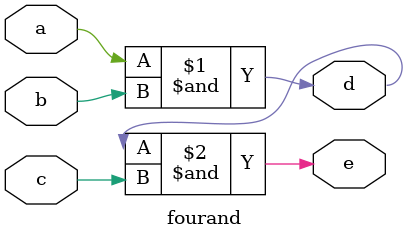
<source format=v>
`timescale 1ns / 1ps

module fourand(
input a,b,c,
output d,e
    );
    
 assign d = a&b;
 assign e = d&c;
    
endmodule

</source>
